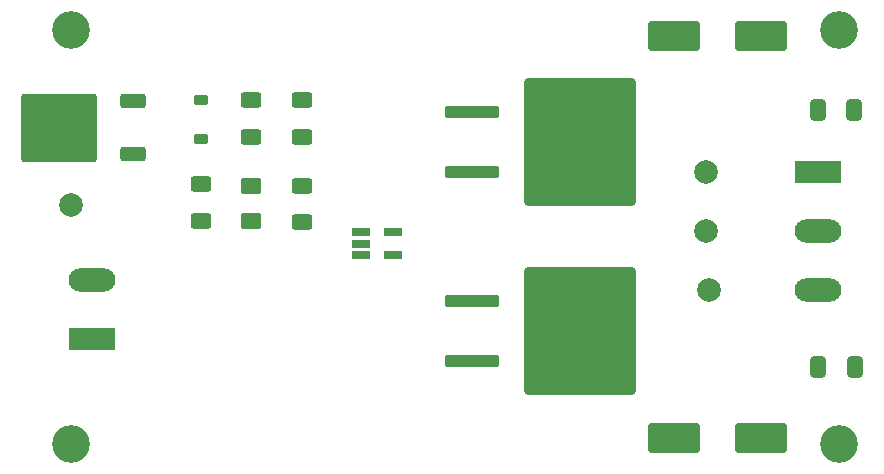
<source format=gts>
%TF.GenerationSoftware,KiCad,Pcbnew,7.0.7*%
%TF.CreationDate,2023-08-30T15:56:40-04:00*%
%TF.ProjectId,RailSplitter,5261696c-5370-46c6-9974-7465722e6b69,rev?*%
%TF.SameCoordinates,Original*%
%TF.FileFunction,Soldermask,Top*%
%TF.FilePolarity,Negative*%
%FSLAX46Y46*%
G04 Gerber Fmt 4.6, Leading zero omitted, Abs format (unit mm)*
G04 Created by KiCad (PCBNEW 7.0.7) date 2023-08-30 15:56:40*
%MOMM*%
%LPD*%
G01*
G04 APERTURE LIST*
G04 Aperture macros list*
%AMRoundRect*
0 Rectangle with rounded corners*
0 $1 Rounding radius*
0 $2 $3 $4 $5 $6 $7 $8 $9 X,Y pos of 4 corners*
0 Add a 4 corners polygon primitive as box body*
4,1,4,$2,$3,$4,$5,$6,$7,$8,$9,$2,$3,0*
0 Add four circle primitives for the rounded corners*
1,1,$1+$1,$2,$3*
1,1,$1+$1,$4,$5*
1,1,$1+$1,$6,$7*
1,1,$1+$1,$8,$9*
0 Add four rect primitives between the rounded corners*
20,1,$1+$1,$2,$3,$4,$5,0*
20,1,$1+$1,$4,$5,$6,$7,0*
20,1,$1+$1,$6,$7,$8,$9,0*
20,1,$1+$1,$8,$9,$2,$3,0*%
G04 Aperture macros list end*
%ADD10C,3.200000*%
%ADD11RoundRect,0.250000X-0.625000X0.400000X-0.625000X-0.400000X0.625000X-0.400000X0.625000X0.400000X0*%
%ADD12C,2.000000*%
%ADD13R,1.560000X0.650000*%
%ADD14RoundRect,0.250000X1.950000X1.000000X-1.950000X1.000000X-1.950000X-1.000000X1.950000X-1.000000X0*%
%ADD15R,3.960000X1.980000*%
%ADD16O,3.960000X1.980000*%
%ADD17RoundRect,0.250000X0.412500X0.650000X-0.412500X0.650000X-0.412500X-0.650000X0.412500X-0.650000X0*%
%ADD18RoundRect,0.250001X0.624999X-0.462499X0.624999X0.462499X-0.624999X0.462499X-0.624999X-0.462499X0*%
%ADD19RoundRect,0.250000X-2.050000X-0.300000X2.050000X-0.300000X2.050000X0.300000X-2.050000X0.300000X0*%
%ADD20RoundRect,0.250002X-4.449998X-5.149998X4.449998X-5.149998X4.449998X5.149998X-4.449998X5.149998X0*%
%ADD21RoundRect,0.250000X0.850000X0.350000X-0.850000X0.350000X-0.850000X-0.350000X0.850000X-0.350000X0*%
%ADD22RoundRect,0.249997X2.950003X2.650003X-2.950003X2.650003X-2.950003X-2.650003X2.950003X-2.650003X0*%
%ADD23RoundRect,0.225000X-0.375000X0.225000X-0.375000X-0.225000X0.375000X-0.225000X0.375000X0.225000X0*%
%ADD24RoundRect,0.250000X-0.412500X-0.650000X0.412500X-0.650000X0.412500X0.650000X-0.412500X0.650000X0*%
G04 APERTURE END LIST*
D10*
%TO.C,H4*%
X165000000Y-135000000D03*
%TD*%
D11*
%TO.C,R1*%
X111000000Y-113000000D03*
X111000000Y-116100000D03*
%TD*%
D10*
%TO.C,H3*%
X100000000Y-135000000D03*
%TD*%
D11*
%TO.C,R4*%
X119500000Y-113150000D03*
X119500000Y-116250000D03*
%TD*%
D12*
%TO.C,TP4*%
X154000000Y-122000000D03*
%TD*%
D13*
%TO.C,U1*%
X124550000Y-117100000D03*
X124550000Y-118050000D03*
X124550000Y-119000000D03*
X127250000Y-119000000D03*
X127250000Y-117100000D03*
%TD*%
D14*
%TO.C,C2*%
X158400000Y-134500000D03*
X151000000Y-134500000D03*
%TD*%
D10*
%TO.C,H2*%
X165000000Y-100000000D03*
%TD*%
D15*
%TO.C,J1*%
X101750000Y-126100000D03*
D16*
X101750000Y-121100000D03*
%TD*%
D17*
%TO.C,C4*%
X166375000Y-128500000D03*
X163250000Y-128500000D03*
%TD*%
D12*
%TO.C,TP2*%
X153750000Y-112000000D03*
%TD*%
D18*
%TO.C,D2*%
X115250000Y-116125000D03*
X115250000Y-113150000D03*
%TD*%
D15*
%TO.C,J2*%
X163240000Y-111955000D03*
D16*
X163240000Y-116955000D03*
X163240000Y-121955000D03*
%TD*%
D19*
%TO.C,Q2*%
X133925000Y-122935000D03*
D20*
X143075000Y-125475000D03*
D19*
X133925000Y-128015000D03*
%TD*%
D21*
%TO.C,Q1*%
X105250000Y-110500000D03*
D22*
X98950000Y-108220000D03*
D21*
X105250000Y-105940000D03*
%TD*%
D10*
%TO.C,H1*%
X100000000Y-100000000D03*
%TD*%
D12*
%TO.C,TP3*%
X153750000Y-117000000D03*
%TD*%
D11*
%TO.C,R3*%
X119500000Y-105900000D03*
X119500000Y-109000000D03*
%TD*%
D23*
%TO.C,D1*%
X111000000Y-105850000D03*
X111000000Y-109150000D03*
%TD*%
D12*
%TO.C,TP1*%
X100000000Y-114750000D03*
%TD*%
D14*
%TO.C,C1*%
X158400000Y-100500000D03*
X151000000Y-100500000D03*
%TD*%
D19*
%TO.C,Q3*%
X133925000Y-106935000D03*
D20*
X143075000Y-109475000D03*
D19*
X133925000Y-112015000D03*
%TD*%
D24*
%TO.C,C3*%
X163187500Y-106750000D03*
X166312500Y-106750000D03*
%TD*%
D11*
%TO.C,R2*%
X115250000Y-105900000D03*
X115250000Y-109000000D03*
%TD*%
M02*

</source>
